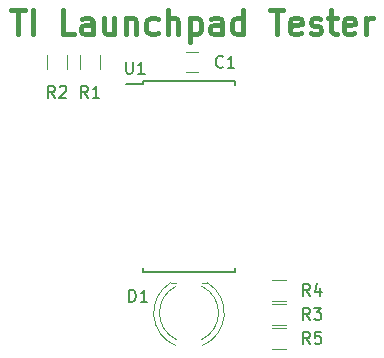
<source format=gbr>
G04 #@! TF.FileFunction,Legend,Top*
%FSLAX46Y46*%
G04 Gerber Fmt 4.6, Leading zero omitted, Abs format (unit mm)*
G04 Created by KiCad (PCBNEW 4.0.6-e0-6349~53~ubuntu16.04.1) date Thu Aug 24 17:13:08 2017*
%MOMM*%
%LPD*%
G01*
G04 APERTURE LIST*
%ADD10C,0.100000*%
%ADD11C,0.381000*%
%ADD12C,0.150000*%
%ADD13C,0.120000*%
G04 APERTURE END LIST*
D10*
D11*
X134825622Y-88803238D02*
X135986765Y-88803238D01*
X135406193Y-90835238D02*
X135406193Y-88803238D01*
X136664098Y-90835238D02*
X136664098Y-88803238D01*
X140147526Y-90835238D02*
X139179907Y-90835238D01*
X139179907Y-88803238D01*
X141695716Y-90835238D02*
X141695716Y-89770857D01*
X141598954Y-89577333D01*
X141405430Y-89480571D01*
X141018382Y-89480571D01*
X140824859Y-89577333D01*
X141695716Y-90738476D02*
X141502192Y-90835238D01*
X141018382Y-90835238D01*
X140824859Y-90738476D01*
X140728097Y-90544952D01*
X140728097Y-90351429D01*
X140824859Y-90157905D01*
X141018382Y-90061143D01*
X141502192Y-90061143D01*
X141695716Y-89964381D01*
X143534192Y-89480571D02*
X143534192Y-90835238D01*
X142663335Y-89480571D02*
X142663335Y-90544952D01*
X142760096Y-90738476D01*
X142953620Y-90835238D01*
X143243906Y-90835238D01*
X143437430Y-90738476D01*
X143534192Y-90641714D01*
X144501811Y-89480571D02*
X144501811Y-90835238D01*
X144501811Y-89674095D02*
X144598572Y-89577333D01*
X144792096Y-89480571D01*
X145082382Y-89480571D01*
X145275906Y-89577333D01*
X145372668Y-89770857D01*
X145372668Y-90835238D01*
X147211144Y-90738476D02*
X147017620Y-90835238D01*
X146630572Y-90835238D01*
X146437048Y-90738476D01*
X146340287Y-90641714D01*
X146243525Y-90448190D01*
X146243525Y-89867619D01*
X146340287Y-89674095D01*
X146437048Y-89577333D01*
X146630572Y-89480571D01*
X147017620Y-89480571D01*
X147211144Y-89577333D01*
X148082001Y-90835238D02*
X148082001Y-88803238D01*
X148952858Y-90835238D02*
X148952858Y-89770857D01*
X148856096Y-89577333D01*
X148662572Y-89480571D01*
X148372286Y-89480571D01*
X148178762Y-89577333D01*
X148082001Y-89674095D01*
X149920477Y-89480571D02*
X149920477Y-91512571D01*
X149920477Y-89577333D02*
X150114000Y-89480571D01*
X150501048Y-89480571D01*
X150694572Y-89577333D01*
X150791334Y-89674095D01*
X150888096Y-89867619D01*
X150888096Y-90448190D01*
X150791334Y-90641714D01*
X150694572Y-90738476D01*
X150501048Y-90835238D01*
X150114000Y-90835238D01*
X149920477Y-90738476D01*
X152629810Y-90835238D02*
X152629810Y-89770857D01*
X152533048Y-89577333D01*
X152339524Y-89480571D01*
X151952476Y-89480571D01*
X151758953Y-89577333D01*
X152629810Y-90738476D02*
X152436286Y-90835238D01*
X151952476Y-90835238D01*
X151758953Y-90738476D01*
X151662191Y-90544952D01*
X151662191Y-90351429D01*
X151758953Y-90157905D01*
X151952476Y-90061143D01*
X152436286Y-90061143D01*
X152629810Y-89964381D01*
X154468286Y-90835238D02*
X154468286Y-88803238D01*
X154468286Y-90738476D02*
X154274762Y-90835238D01*
X153887714Y-90835238D01*
X153694190Y-90738476D01*
X153597429Y-90641714D01*
X153500667Y-90448190D01*
X153500667Y-89867619D01*
X153597429Y-89674095D01*
X153694190Y-89577333D01*
X153887714Y-89480571D01*
X154274762Y-89480571D01*
X154468286Y-89577333D01*
X156693809Y-88803238D02*
X157854952Y-88803238D01*
X157274380Y-90835238D02*
X157274380Y-88803238D01*
X159306380Y-90738476D02*
X159112856Y-90835238D01*
X158725808Y-90835238D01*
X158532285Y-90738476D01*
X158435523Y-90544952D01*
X158435523Y-89770857D01*
X158532285Y-89577333D01*
X158725808Y-89480571D01*
X159112856Y-89480571D01*
X159306380Y-89577333D01*
X159403142Y-89770857D01*
X159403142Y-89964381D01*
X158435523Y-90157905D01*
X160177237Y-90738476D02*
X160370760Y-90835238D01*
X160757808Y-90835238D01*
X160951332Y-90738476D01*
X161048094Y-90544952D01*
X161048094Y-90448190D01*
X160951332Y-90254667D01*
X160757808Y-90157905D01*
X160467522Y-90157905D01*
X160273999Y-90061143D01*
X160177237Y-89867619D01*
X160177237Y-89770857D01*
X160273999Y-89577333D01*
X160467522Y-89480571D01*
X160757808Y-89480571D01*
X160951332Y-89577333D01*
X161628665Y-89480571D02*
X162402760Y-89480571D01*
X161918951Y-88803238D02*
X161918951Y-90544952D01*
X162015712Y-90738476D01*
X162209236Y-90835238D01*
X162402760Y-90835238D01*
X163854189Y-90738476D02*
X163660665Y-90835238D01*
X163273617Y-90835238D01*
X163080094Y-90738476D01*
X162983332Y-90544952D01*
X162983332Y-89770857D01*
X163080094Y-89577333D01*
X163273617Y-89480571D01*
X163660665Y-89480571D01*
X163854189Y-89577333D01*
X163950951Y-89770857D01*
X163950951Y-89964381D01*
X162983332Y-90157905D01*
X164821808Y-90835238D02*
X164821808Y-89480571D01*
X164821808Y-89867619D02*
X164918569Y-89674095D01*
X165015331Y-89577333D01*
X165208855Y-89480571D01*
X165402379Y-89480571D01*
D12*
X145985000Y-94795000D02*
X145985000Y-95045000D01*
X153735000Y-94795000D02*
X153735000Y-95142500D01*
X153735000Y-110945000D02*
X153735000Y-110597500D01*
X145985000Y-110945000D02*
X145985000Y-110597500D01*
X145985000Y-94795000D02*
X153735000Y-94795000D01*
X145985000Y-110945000D02*
X153735000Y-110945000D01*
X145985000Y-95045000D02*
X144560000Y-95045000D01*
D13*
X149614000Y-94068000D02*
X150614000Y-94068000D01*
X150614000Y-92368000D02*
X149614000Y-92368000D01*
X150940827Y-117214815D02*
G75*
G03X151404830Y-111867000I-1080827J2787815D01*
G01*
X148779173Y-117214815D02*
G75*
G02X148315170Y-111867000I1080827J2787815D01*
G01*
X150940429Y-116681479D02*
G75*
G03X150940000Y-112172316I-1080429J2254479D01*
G01*
X148779571Y-116681479D02*
G75*
G02X148780000Y-112172316I1080429J2254479D01*
G01*
X151405000Y-111867000D02*
X150940000Y-111867000D01*
X148780000Y-111867000D02*
X148315000Y-111867000D01*
X140598000Y-93818000D02*
X140598000Y-92618000D01*
X142358000Y-92618000D02*
X142358000Y-93818000D01*
X137804000Y-93818000D02*
X137804000Y-92618000D01*
X139564000Y-92618000D02*
X139564000Y-93818000D01*
X158080000Y-115434000D02*
X156880000Y-115434000D01*
X156880000Y-113674000D02*
X158080000Y-113674000D01*
X158080000Y-113402000D02*
X156880000Y-113402000D01*
X156880000Y-111642000D02*
X158080000Y-111642000D01*
X158080000Y-117466000D02*
X156880000Y-117466000D01*
X156880000Y-115706000D02*
X158080000Y-115706000D01*
D12*
X144526095Y-93178381D02*
X144526095Y-93987905D01*
X144573714Y-94083143D01*
X144621333Y-94130762D01*
X144716571Y-94178381D01*
X144907048Y-94178381D01*
X145002286Y-94130762D01*
X145049905Y-94083143D01*
X145097524Y-93987905D01*
X145097524Y-93178381D01*
X146097524Y-94178381D02*
X145526095Y-94178381D01*
X145811809Y-94178381D02*
X145811809Y-93178381D01*
X145716571Y-93321238D01*
X145621333Y-93416476D01*
X145526095Y-93464095D01*
X152741334Y-93575143D02*
X152693715Y-93622762D01*
X152550858Y-93670381D01*
X152455620Y-93670381D01*
X152312762Y-93622762D01*
X152217524Y-93527524D01*
X152169905Y-93432286D01*
X152122286Y-93241810D01*
X152122286Y-93098952D01*
X152169905Y-92908476D01*
X152217524Y-92813238D01*
X152312762Y-92718000D01*
X152455620Y-92670381D01*
X152550858Y-92670381D01*
X152693715Y-92718000D01*
X152741334Y-92765619D01*
X153693715Y-93670381D02*
X153122286Y-93670381D01*
X153408000Y-93670381D02*
X153408000Y-92670381D01*
X153312762Y-92813238D01*
X153217524Y-92908476D01*
X153122286Y-92956095D01*
X144803905Y-113482381D02*
X144803905Y-112482381D01*
X145042000Y-112482381D01*
X145184858Y-112530000D01*
X145280096Y-112625238D01*
X145327715Y-112720476D01*
X145375334Y-112910952D01*
X145375334Y-113053810D01*
X145327715Y-113244286D01*
X145280096Y-113339524D01*
X145184858Y-113434762D01*
X145042000Y-113482381D01*
X144803905Y-113482381D01*
X146327715Y-113482381D02*
X145756286Y-113482381D01*
X146042000Y-113482381D02*
X146042000Y-112482381D01*
X145946762Y-112625238D01*
X145851524Y-112720476D01*
X145756286Y-112768095D01*
X141311334Y-96210381D02*
X140978000Y-95734190D01*
X140739905Y-96210381D02*
X140739905Y-95210381D01*
X141120858Y-95210381D01*
X141216096Y-95258000D01*
X141263715Y-95305619D01*
X141311334Y-95400857D01*
X141311334Y-95543714D01*
X141263715Y-95638952D01*
X141216096Y-95686571D01*
X141120858Y-95734190D01*
X140739905Y-95734190D01*
X142263715Y-96210381D02*
X141692286Y-96210381D01*
X141978000Y-96210381D02*
X141978000Y-95210381D01*
X141882762Y-95353238D01*
X141787524Y-95448476D01*
X141692286Y-95496095D01*
X138517334Y-96210381D02*
X138184000Y-95734190D01*
X137945905Y-96210381D02*
X137945905Y-95210381D01*
X138326858Y-95210381D01*
X138422096Y-95258000D01*
X138469715Y-95305619D01*
X138517334Y-95400857D01*
X138517334Y-95543714D01*
X138469715Y-95638952D01*
X138422096Y-95686571D01*
X138326858Y-95734190D01*
X137945905Y-95734190D01*
X138898286Y-95305619D02*
X138945905Y-95258000D01*
X139041143Y-95210381D01*
X139279239Y-95210381D01*
X139374477Y-95258000D01*
X139422096Y-95305619D01*
X139469715Y-95400857D01*
X139469715Y-95496095D01*
X139422096Y-95638952D01*
X138850667Y-96210381D01*
X139469715Y-96210381D01*
X160107334Y-115006381D02*
X159774000Y-114530190D01*
X159535905Y-115006381D02*
X159535905Y-114006381D01*
X159916858Y-114006381D01*
X160012096Y-114054000D01*
X160059715Y-114101619D01*
X160107334Y-114196857D01*
X160107334Y-114339714D01*
X160059715Y-114434952D01*
X160012096Y-114482571D01*
X159916858Y-114530190D01*
X159535905Y-114530190D01*
X160440667Y-114006381D02*
X161059715Y-114006381D01*
X160726381Y-114387333D01*
X160869239Y-114387333D01*
X160964477Y-114434952D01*
X161012096Y-114482571D01*
X161059715Y-114577810D01*
X161059715Y-114815905D01*
X161012096Y-114911143D01*
X160964477Y-114958762D01*
X160869239Y-115006381D01*
X160583524Y-115006381D01*
X160488286Y-114958762D01*
X160440667Y-114911143D01*
X160107334Y-112974381D02*
X159774000Y-112498190D01*
X159535905Y-112974381D02*
X159535905Y-111974381D01*
X159916858Y-111974381D01*
X160012096Y-112022000D01*
X160059715Y-112069619D01*
X160107334Y-112164857D01*
X160107334Y-112307714D01*
X160059715Y-112402952D01*
X160012096Y-112450571D01*
X159916858Y-112498190D01*
X159535905Y-112498190D01*
X160964477Y-112307714D02*
X160964477Y-112974381D01*
X160726381Y-111926762D02*
X160488286Y-112641048D01*
X161107334Y-112641048D01*
X160107334Y-117038381D02*
X159774000Y-116562190D01*
X159535905Y-117038381D02*
X159535905Y-116038381D01*
X159916858Y-116038381D01*
X160012096Y-116086000D01*
X160059715Y-116133619D01*
X160107334Y-116228857D01*
X160107334Y-116371714D01*
X160059715Y-116466952D01*
X160012096Y-116514571D01*
X159916858Y-116562190D01*
X159535905Y-116562190D01*
X161012096Y-116038381D02*
X160535905Y-116038381D01*
X160488286Y-116514571D01*
X160535905Y-116466952D01*
X160631143Y-116419333D01*
X160869239Y-116419333D01*
X160964477Y-116466952D01*
X161012096Y-116514571D01*
X161059715Y-116609810D01*
X161059715Y-116847905D01*
X161012096Y-116943143D01*
X160964477Y-116990762D01*
X160869239Y-117038381D01*
X160631143Y-117038381D01*
X160535905Y-116990762D01*
X160488286Y-116943143D01*
M02*

</source>
